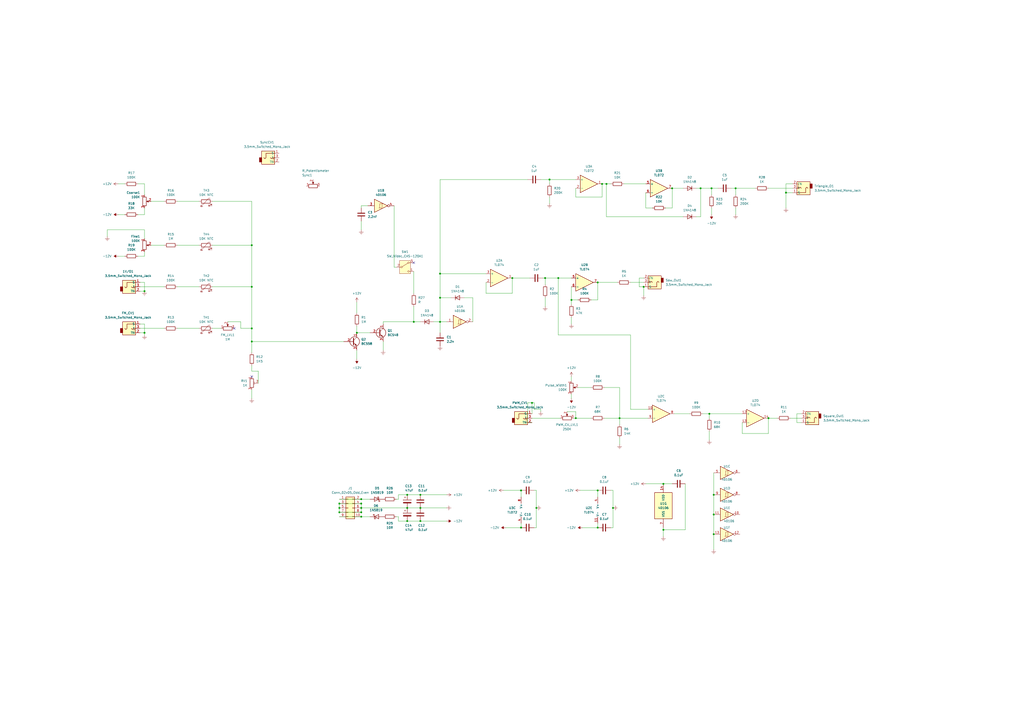
<source format=kicad_sch>
(kicad_sch (version 20230121) (generator eeschema)
  (paper "A2")
  (lib_symbols
    (symbol "4xxx:40106" (pin_names (offset 1.016))
      (property "Reference" "U" (at 0 1.27 0))
      (property "Value" "40106" (at 0 -1.27 0))
      (symbol "40106_1_0"
        (pin input line (at -7.62 0 0) (length 3.81) (name "~") (number "1"))
        (pin output inverted (at 7.62 0 180) (length 3.81) (name "~") (number "2"))
      )
      (symbol "40106_2_0"
        (pin input line (at -7.62 0 0) (length 3.81) (name "~") (number "3"))
        (pin output inverted (at 7.62 0 180) (length 3.81) (name "~") (number "4"))
      )
      (symbol "40106_3_0"
        (pin input line (at -7.62 0 0) (length 3.81) (name "~") (number "5"))
        (pin output inverted (at 7.62 0 180) (length 3.81) (name "~") (number "6"))
      )
      (symbol "40106_4_0"
        (pin output inverted (at 7.62 0 180) (length 3.81) (name "~") (number "8"))
        (pin input line (at -7.62 0 0) (length 3.81) (name "~") (number "9"))
      )
      (symbol "40106_5_0"
        (pin output inverted (at 7.62 0 180) (length 3.81) (name "~") (number "10"))
        (pin input line (at -7.62 0 0) (length 3.81) (name "~") (number "11"))
      )
      (symbol "40106_6_0"
        (pin output inverted (at 7.62 0 180) (length 3.81) (name "~") (number "12"))
        (pin input line (at -7.62 0 0) (length 3.81) (name "~") (number "13"))
      )
      (symbol "40106_7_0"
        (pin power_in line (at 0 12.7 270) (length 5.08) (name "VDD") (number "14"))
        (pin power_in line (at 0 -12.7 90) (length 5.08) (name "VSS") (number "7"))
      )
    )
    (symbol "Amplifier_Operational:TL072" (pin_names (offset 0.127))
      (property "Reference" "U" (at 0 5.08 0))
      (property "Value" "TL072" (at 0 -5.08 0))
      (symbol "TL072_1_1"
        (pin output line (at 7.62 0 180) (length 2.54) (name "~") (number "1"))
        (pin input line (at -7.62 -2.54 0) (length 2.54) (name "-") (number "2"))
        (pin input line (at -7.62 2.54 0) (length 2.54) (name "+") (number "3"))
      )
      (symbol "TL072_2_1"
        (pin input line (at -7.62 2.54 0) (length 2.54) (name "+") (number "5"))
        (pin input line (at -7.62 -2.54 0) (length 2.54) (name "-") (number "6"))
        (pin output line (at 7.62 0 180) (length 2.54) (name "~") (number "7"))
      )
      (symbol "TL072_3_1"
        (pin power_in line (at -2.54 -7.62 90) (length 3.81) (name "V-") (number "4"))
        (pin power_in line (at -2.54 7.62 270) (length 3.81) (name "V+") (number "8"))
      )
    )
    (symbol "Amplifier_Operational:TL074" (pin_names (offset 0.127))
      (property "Reference" "U" (at 0 5.08 0))
      (property "Value" "TL074" (at 0 -5.08 0))
      (symbol "TL074_1_1"
        (pin output line (at 7.62 0 180) (length 2.54) (name "~") (number "1"))
        (pin input line (at -7.62 -2.54 0) (length 2.54) (name "-") (number "2"))
        (pin input line (at -7.62 2.54 0) (length 2.54) (name "+") (number "3"))
      )
      (symbol "TL074_2_1"
        (pin input line (at -7.62 2.54 0) (length 2.54) (name "+") (number "5"))
        (pin input line (at -7.62 -2.54 0) (length 2.54) (name "-") (number "6"))
        (pin output line (at 7.62 0 180) (length 2.54) (name "~") (number "7"))
      )
      (symbol "TL074_3_1"
        (pin input line (at -7.62 2.54 0) (length 2.54) (name "+") (number "10"))
        (pin output line (at 7.62 0 180) (length 2.54) (name "~") (number "8"))
        (pin input line (at -7.62 -2.54 0) (length 2.54) (name "-") (number "9"))
      )
      (symbol "TL074_4_1"
        (pin input line (at -7.62 2.54 0) (length 2.54) (name "+") (number "12"))
        (pin input line (at -7.62 -2.54 0) (length 2.54) (name "-") (number "13"))
        (pin output line (at 7.62 0 180) (length 2.54) (name "~") (number "14"))
      )
      (symbol "TL074_5_1"
        (pin power_in line (at -2.54 -7.62 90) (length 3.81) (name "V-") (number "11"))
        (pin power_in line (at -2.54 7.62 270) (length 3.81) (name "V+") (number "4"))
      )
    )
    (symbol "Connector_Generic:Conn_02x05_Odd_Even" (pin_names (offset 1.016) hide)
      (property "Reference" "J" (at 1.27 7.62 0))
      (property "Value" "Conn_02x05_Odd_Even" (at 1.27 -7.62 0))
      (symbol "Conn_02x05_Odd_Even_1_1"
        (pin passive line (at -5.08 5.08 0) (length 3.81) (name "Pin_1") (number "1"))
        (pin passive line (at 7.62 -5.08 180) (length 3.81) (name "Pin_10") (number "10"))
        (pin passive line (at 7.62 5.08 180) (length 3.81) (name "Pin_2") (number "2"))
        (pin passive line (at -5.08 2.54 0) (length 3.81) (name "Pin_3") (number "3"))
        (pin passive line (at 7.62 2.54 180) (length 3.81) (name "Pin_4") (number "4"))
        (pin passive line (at -5.08 0 0) (length 3.81) (name "Pin_5") (number "5"))
        (pin passive line (at 7.62 0 180) (length 3.81) (name "Pin_6") (number "6"))
        (pin passive line (at -5.08 -2.54 0) (length 3.81) (name "Pin_7") (number "7"))
        (pin passive line (at 7.62 -2.54 180) (length 3.81) (name "Pin_8") (number "8"))
        (pin passive line (at -5.08 -5.08 0) (length 3.81) (name "Pin_9") (number "9"))
      )
    )
    (symbol "Device:C" (pin_numbers hide) (pin_names (offset 0.254))
      (property "Reference" "C" (at 0.635 2.54 0))
      (property "Value" "C" (at 0.635 -2.54 0))
      (symbol "C_1_1"
        (pin passive line (at 0 3.81 270) (length 2.794) (name "~") (number "1"))
        (pin passive line (at 0 -3.81 90) (length 2.794) (name "~") (number "2"))
      )
    )
    (symbol "Device:C_Polarized" (pin_numbers hide) (pin_names (offset 0.254))
      (property "Reference" "C" (at 0.635 2.54 0))
      (property "Value" "C_Polarized" (at 0.635 -2.54 0))
      (symbol "C_Polarized_1_1"
        (pin passive line (at 0 3.81 270) (length 2.794) (name "~") (number "1"))
        (pin passive line (at 0 -3.81 90) (length 2.794) (name "~") (number "2"))
      )
    )
    (symbol "Device:R" (pin_numbers hide) (pin_names (offset 0))
      (property "Reference" "R" (at 2.032 0 90))
      (property "Value" "R" (at 0 0 90))
      (symbol "R_1_1"
        (pin passive line (at 0 3.81 270) (length 1.27) (name "~") (number "1"))
        (pin passive line (at 0 -3.81 90) (length 1.27) (name "~") (number "2"))
      )
    )
    (symbol "Device:R_Potentiometer" (pin_names (offset 1.016) hide)
      (property "Reference" "RV" (at -4.445 0 90))
      (property "Value" "R_Potentiometer" (at -2.54 0 90))
      (symbol "R_Potentiometer_1_1"
        (pin passive line (at 0 3.81 270) (length 1.27) (name "1") (number "1"))
        (pin passive line (at 3.81 0 180) (length 1.27) (name "2") (number "2"))
        (pin passive line (at 0 -3.81 90) (length 1.27) (name "3") (number "3"))
      )
    )
    (symbol "Device:R_Potentiometer_Trim" (pin_names (offset 1.016) hide)
      (property "Reference" "RV" (at -4.445 0 90))
      (property "Value" "R_Potentiometer_Trim" (at -2.54 0 90))
      (symbol "R_Potentiometer_Trim_1_1"
        (pin passive line (at 0 3.81 270) (length 1.27) (name "1") (number "1"))
        (pin passive line (at 3.81 0 180) (length 1.27) (name "2") (number "2"))
        (pin passive line (at 0 -3.81 90) (length 1.27) (name "3") (number "3"))
      )
    )
    (symbol "Device:Thermistor_NTC" (pin_numbers hide) (pin_names (offset 0))
      (property "Reference" "TH" (at -4.445 0 90))
      (property "Value" "Thermistor_NTC" (at 3.175 0 90))
      (symbol "Thermistor_NTC_1_1"
        (pin passive line (at 0 3.81 270) (length 1.27) (name "~") (number "1"))
        (pin passive line (at 0 -3.81 90) (length 1.27) (name "~") (number "2"))
      )
    )
    (symbol "Diode:1N4148" (pin_numbers hide) (pin_names hide)
      (property "Reference" "D" (at 0 2.54 0))
      (property "Value" "1N4148" (at 0 -2.54 0))
      (symbol "1N4148_1_1"
        (pin passive line (at -3.81 0 0) (length 2.54) (name "K") (number "1"))
        (pin passive line (at 3.81 0 180) (length 2.54) (name "A") (number "2"))
      )
    )
    (symbol "Diode:1N5819" (pin_numbers hide) (pin_names (offset 1.016) hide)
      (property "Reference" "D" (at 0 2.54 0))
      (property "Value" "1N5819" (at 0 -2.54 0))
      (symbol "1N5819_1_1"
        (pin passive line (at -3.81 0 0) (length 2.54) (name "K") (number "1"))
        (pin passive line (at 3.81 0 180) (length 2.54) (name "A") (number "2"))
      )
    )
    (symbol "My_Symbols:3.5mm_Switched_Mono_Jack"
      (property "Reference" "J" (at 0 3.81 0))
      (property "Value" "3.5mm_Switched_Mono_Jack" (at 0 1.27 0))
      (symbol "3.5mm_Switched_Mono_Jack_1_1"
        (pin passive line (at 5.08 -2.54 180) (length 2.54) (name "S") (number "1"))
        (pin passive line (at 5.08 -7.62 180) (length 2.54) (name "TN") (number "2"))
        (pin passive line (at 5.08 -5.08 180) (length 2.54) (name "T") (number "3"))
      )
    )
    (symbol "Switch:SW_Nidec_CAS-120A1" (pin_names (offset 1) hide)
      (property "Reference" "SW" (at 0 4.318 0))
      (property "Value" "SW_Nidec_CAS-120A1" (at 0 -5.08 0))
      (symbol "SW_Nidec_CAS-120A1_1_1"
        (pin passive line (at 5.08 -2.54 180) (length 2.54) (name "C") (number "1"))
        (pin passive line (at -5.08 0 0) (length 2.54) (name "B") (number "2"))
        (pin passive line (at 5.08 2.54 180) (length 2.54) (name "A") (number "3"))
      )
    )
    (symbol "Transistor_BJT:BC548" (pin_names (offset 0) hide)
      (property "Reference" "Q" (at 5.08 1.905 0))
      (property "Value" "BC548" (at 5.08 0 0))
      (symbol "BC548_1_1"
        (pin passive line (at 2.54 5.08 270) (length 2.54) (name "C") (number "1"))
        (pin input line (at -5.08 0 0) (length 5.08) (name "B") (number "2"))
        (pin passive line (at 2.54 -5.08 90) (length 2.54) (name "E") (number "3"))
      )
    )
    (symbol "Transistor_BJT:BC558" (pin_names (offset 0) hide)
      (property "Reference" "Q" (at 5.08 1.905 0))
      (property "Value" "BC558" (at 5.08 0 0))
      (symbol "BC558_1_1"
        (pin passive line (at 2.54 5.08 270) (length 2.54) (name "C") (number "1"))
        (pin input line (at -5.08 0 0) (length 5.715) (name "B") (number "2"))
        (pin passive line (at 2.54 -5.08 90) (length 2.54) (name "E") (number "3"))
      )
    )
    (symbol "power:+12V" (power) (pin_names (offset 0))
      (property "Value" "+12V" (at 0 3.556 0))
      (symbol "+12V_1_1"
        (pin power_in line (at 0 0 90) (length 0) hide (name "+12V") (number "1"))
      )
    )
    (symbol "power:-12V" (power) (pin_names (offset 0))
      (property "Value" "-12V" (at 0 3.81 0))
      (symbol "-12V_0_0"
        (pin power_in line (at 0 0 90) (length 0) hide (name "-12V") (number "1"))
      )
    )
    (symbol "power:Earth" (power) (pin_names (offset 0))
      (symbol "Earth_1_1"
        (pin power_in line (at 0 0 270) (length 0) hide (name "Earth") (number "1"))
      )
    )
  )
  (junction (at 236.22 302.26))
  (junction (at 318.77 104.14))
  (junction (at 240.03 186.69))
  (junction (at 331.47 173.99))
  (junction (at 236.22 294.64))
  (junction (at 209.55 299.72))
  (junction (at 302.26 284.48))
  (junction (at 83.82 193.04))
  (junction (at 334.01 242.57))
  (junction (at 414.02 309.88))
  (junction (at 243.84 294.64))
  (junction (at 455.93 111.76))
  (junction (at 359.41 242.57))
  (junction (at 311.15 294.64))
  (junction (at 384.81 280.67))
  (junction (at 209.55 289.56))
  (junction (at 236.22 287.02))
  (junction (at 255.27 186.69))
  (junction (at 373.38 166.37))
  (junction (at 146.05 190.5))
  (junction (at 412.75 109.22))
  (junction (at 146.05 166.37))
  (junction (at 146.05 142.24))
  (junction (at 196.85 292.1))
  (junction (at 308.61 233.68))
  (junction (at 445.77 242.57))
  (junction (at 146.05 198.12))
  (junction (at 196.85 294.64))
  (junction (at 384.81 307.34))
  (junction (at 209.55 292.1))
  (junction (at 414.02 298.45))
  (junction (at 243.84 302.26))
  (junction (at 349.25 106.68))
  (junction (at 346.71 284.48))
  (junction (at 302.26 306.07))
  (junction (at 316.23 161.29))
  (junction (at 414.02 287.02))
  (junction (at 323.85 161.29))
  (junction (at 355.6 294.64))
  (junction (at 243.84 287.02))
  (junction (at 207.01 193.04))
  (junction (at 411.48 240.03))
  (junction (at 255.27 158.75))
  (junction (at 255.27 172.72))
  (junction (at 389.89 109.22))
  (junction (at 426.72 109.22))
  (junction (at 346.71 306.07))
  (junction (at 346.71 163.83))
  (junction (at 209.55 297.18))
  (junction (at 209.55 294.64))
  (junction (at 297.18 161.29))
  (junction (at 406.4 109.22))
  (junction (at 351.79 106.68))
  (junction (at 196.85 297.18))
  (junction (at 83.82 168.91))
  (no_connect (at 135.89 190.5))
  (no_connect (at 146.05 218.44))
  (no_connect (at 240.03 152.4))
  (wire (pts (xy 361.95 106.68) (xy 374.65 106.68)))
  (wire (pts (xy 412.75 109.22) (xy 416.56 109.22)))
  (wire (pts (xy 374.65 280.67) (xy 384.81 280.67)))
  (wire (pts (xy 83.82 120.65) (xy 83.82 124.46)))
  (wire (pts (xy 334.01 238.76) (xy 334.01 242.57)))
  (wire (pts (xy 346.71 173.99) (xy 342.9 173.99)))
  (wire (pts (xy 462.28 240.03) (xy 462.28 245.11)))
  (wire (pts (xy 406.4 109.22) (xy 412.75 109.22)))
  (wire (pts (xy 222.25 198.12) (xy 222.25 203.2)))
  (wire (pts (xy 240.03 157.48) (xy 240.03 170.18)))
  (wire (pts (xy 102.87 190.5) (xy 115.57 190.5)))
  (wire (pts (xy 355.6 294.64) (xy 355.6 306.07)))
  (wire (pts (xy 231.14 289.56) (xy 231.14 287.02)))
  (wire (pts (xy 414.02 287.02) (xy 414.02 298.45)))
  (wire (pts (xy 255.27 186.69) (xy 255.27 193.04)))
  (wire (pts (xy 455.93 111.76) (xy 455.93 120.65)))
  (wire (pts (xy 331.47 166.37) (xy 331.47 173.99)))
  (wire (pts (xy 351.79 125.73) (xy 351.79 106.68)))
  (wire (pts (xy 316.23 161.29) (xy 316.23 165.1)))
  (wire (pts (xy 87.63 116.84) (xy 95.25 116.84)))
  (wire (pts (xy 373.38 161.29) (xy 370.84 161.29)))
  (wire (pts (xy 331.47 173.99) (xy 331.47 176.53)))
  (wire (pts (xy 311.15 284.48) (xy 309.88 284.48)))
  (wire (pts (xy 334.01 114.3) (xy 349.25 114.3)))
  (wire (pts (xy 243.84 294.64) (xy 259.08 294.64)))
  (wire (pts (xy 373.38 163.83) (xy 365.76 163.83)))
  (wire (pts (xy 146.05 166.37) (xy 146.05 142.24)))
  (wire (pts (xy 370.84 161.29) (xy 370.84 166.37)))
  (wire (pts (xy 83.82 163.83) (xy 81.28 163.83)))
  (wire (pts (xy 255.27 158.75) (xy 255.27 172.72)))
  (wire (pts (xy 251.46 186.69) (xy 255.27 186.69)))
  (wire (pts (xy 196.85 299.72) (xy 209.55 299.72)))
  (wire (pts (xy 311.15 306.07) (xy 309.88 306.07)))
  (wire (pts (xy 384.81 280.67) (xy 389.89 280.67)))
  (wire (pts (xy 229.87 299.72) (xy 231.14 299.72)))
  (wire (pts (xy 207.01 193.04) (xy 214.63 193.04)))
  (wire (pts (xy 80.01 106.68) (xy 83.82 106.68)))
  (wire (pts (xy 350.52 242.57) (xy 359.41 242.57)))
  (wire (pts (xy 209.55 294.64) (xy 236.22 294.64)))
  (wire (pts (xy 240.03 186.69) (xy 243.84 186.69)))
  (wire (pts (xy 349.25 106.68) (xy 351.79 106.68)))
  (wire (pts (xy 335.28 224.79) (xy 342.9 224.79)))
  (wire (pts (xy 391.16 240.03) (xy 400.05 240.03)))
  (wire (pts (xy 146.05 198.12) (xy 199.39 198.12)))
  (wire (pts (xy 406.4 125.73) (xy 406.4 109.22)))
  (wire (pts (xy 146.05 212.09) (xy 146.05 215.265)))
  (wire (pts (xy 123.19 166.37) (xy 146.05 166.37)))
  (wire (pts (xy 302.26 303.53) (xy 302.26 306.07)))
  (wire (pts (xy 318.77 114.3) (xy 318.77 118.11)))
  (wire (pts (xy 207.01 203.2) (xy 207.01 208.28)))
  (wire (pts (xy 355.6 306.07) (xy 354.33 306.07)))
  (wire (pts (xy 83.82 194.31) (xy 83.82 193.04)))
  (wire (pts (xy 397.51 280.67) (xy 397.51 307.34)))
  (wire (pts (xy 222.25 186.69) (xy 222.25 187.96)))
  (wire (pts (xy 318.77 104.14) (xy 318.77 106.68)))
  (wire (pts (xy 68.58 106.68) (xy 72.39 106.68)))
  (wire (pts (xy 374.65 111.76) (xy 374.65 120.65)))
  (wire (pts (xy 350.52 224.79) (xy 359.41 224.79)))
  (wire (pts (xy 83.82 146.05) (xy 83.82 148.59)))
  (wire (pts (xy 231.14 299.72) (xy 231.14 302.26)))
  (wire (pts (xy 464.82 240.03) (xy 462.28 240.03)))
  (wire (pts (xy 430.53 251.46) (xy 445.77 251.46)))
  (wire (pts (xy 243.84 302.26) (xy 259.08 302.26)))
  (wire (pts (xy 313.69 237.49) (xy 313.69 238.76)))
  (wire (pts (xy 228.6 154.94) (xy 229.87 154.94)))
  (wire (pts (xy 228.6 119.38) (xy 228.6 154.94)))
  (wire (pts (xy 414.02 298.45) (xy 414.02 309.88)))
  (wire (pts (xy 102.87 116.84) (xy 115.57 116.84)))
  (wire (pts (xy 346.71 284.48) (xy 346.71 288.29)))
  (wire (pts (xy 196.85 297.18) (xy 209.55 297.18)))
  (wire (pts (xy 396.24 125.73) (xy 351.79 125.73)))
  (wire (pts (xy 331.47 218.44) (xy 331.47 220.98)))
  (wire (pts (xy 306.07 104.14) (xy 255.27 104.14)))
  (wire (pts (xy 269.24 172.72) (xy 274.32 172.72)))
  (wire (pts (xy 334.01 242.57) (xy 342.9 242.57)))
  (wire (pts (xy 355.6 284.48) (xy 354.33 284.48)))
  (wire (pts (xy 196.85 289.56) (xy 209.55 289.56)))
  (wire (pts (xy 313.69 104.14) (xy 318.77 104.14)))
  (wire (pts (xy 149.86 222.25) (xy 149.86 215.265)))
  (wire (pts (xy 455.93 106.68) (xy 455.93 111.76)))
  (wire (pts (xy 445.77 109.22) (xy 459.74 109.22)))
  (wire (pts (xy 403.86 125.73) (xy 406.4 125.73)))
  (wire (pts (xy 222.25 186.69) (xy 240.03 186.69)))
  (wire (pts (xy 83.82 187.96) (xy 81.28 187.96)))
  (wire (pts (xy 146.05 231.14) (xy 146.05 226.06)))
  (wire (pts (xy 311.15 294.64) (xy 311.15 284.48)))
  (wire (pts (xy 412.75 120.65) (xy 412.75 124.46)))
  (wire (pts (xy 337.82 306.07) (xy 346.71 306.07)))
  (wire (pts (xy 308.61 242.57) (xy 325.12 242.57)))
  (wire (pts (xy 83.82 193.04) (xy 81.28 193.04)))
  (wire (pts (xy 311.15 294.64) (xy 311.15 306.07)))
  (wire (pts (xy 209.55 289.56) (xy 214.63 289.56)))
  (wire (pts (xy 328.93 238.76) (xy 334.01 238.76)))
  (wire (pts (xy 308.61 245.11) (xy 306.07 245.11)))
  (wire (pts (xy 389.89 120.65) (xy 389.89 109.22)))
  (wire (pts (xy 139.7 190.5) (xy 139.7 186.69)))
  (wire (pts (xy 445.77 242.57) (xy 445.77 251.46)))
  (wire (pts (xy 384.81 307.34) (xy 384.81 311.15)))
  (wire (pts (xy 146.05 198.12) (xy 146.05 204.47)))
  (wire (pts (xy 331.47 184.15) (xy 331.47 187.96)))
  (wire (pts (xy 373.38 166.37) (xy 373.38 171.45)))
  (wire (pts (xy 146.05 190.5) (xy 146.05 166.37)))
  (wire (pts (xy 349.25 114.3) (xy 349.25 106.68)))
  (wire (pts (xy 209.55 294.64) (xy 209.55 297.18)))
  (wire (pts (xy 359.41 254) (xy 359.41 257.81)))
  (wire (pts (xy 149.86 215.265) (xy 146.05 215.265)))
  (wire (pts (xy 209.55 299.72) (xy 214.63 299.72)))
  (wire (pts (xy 146.05 190.5) (xy 146.05 198.12)))
  (wire (pts (xy 102.87 166.37) (xy 115.57 166.37)))
  (wire (pts (xy 331.47 173.99) (xy 335.28 173.99)))
  (wire (pts (xy 336.55 284.48) (xy 346.71 284.48)))
  (wire (pts (xy 346.71 163.83) (xy 346.71 173.99)))
  (wire (pts (xy 68.58 148.59) (xy 72.39 148.59)))
  (wire (pts (xy 81.28 168.91) (xy 83.82 168.91)))
  (wire (pts (xy 196.85 292.1) (xy 196.85 294.64)))
  (wire (pts (xy 213.36 119.38) (xy 209.55 119.38)))
  (wire (pts (xy 209.55 292.1) (xy 209.55 294.64)))
  (wire (pts (xy 236.22 302.26) (xy 243.84 302.26)))
  (wire (pts (xy 81.28 190.5) (xy 95.25 190.5)))
  (wire (pts (xy 411.48 250.19) (xy 411.48 255.27)))
  (wire (pts (xy 323.85 194.31) (xy 323.85 161.29)))
  (wire (pts (xy 359.41 242.57) (xy 375.92 242.57)))
  (wire (pts (xy 365.76 237.49) (xy 365.76 194.31)))
  (wire (pts (xy 281.94 163.83) (xy 281.94 170.18)))
  (wire (pts (xy 318.77 104.14) (xy 334.01 104.14)))
  (wire (pts (xy 255.27 186.69) (xy 259.08 186.69)))
  (wire (pts (xy 306.07 245.11) (xy 306.07 233.68)))
  (wire (pts (xy 81.28 166.37) (xy 95.25 166.37)))
  (wire (pts (xy 83.82 148.59) (xy 80.01 148.59)))
  (wire (pts (xy 316.23 172.72) (xy 316.23 177.8)))
  (wire (pts (xy 459.74 106.68) (xy 455.93 106.68)))
  (wire (pts (xy 207.01 189.23) (xy 207.01 193.04)))
  (wire (pts (xy 426.72 120.65) (xy 426.72 124.46)))
  (wire (pts (xy 292.1 284.48) (xy 302.26 284.48)))
  (wire (pts (xy 411.48 240.03) (xy 430.53 240.03)))
  (wire (pts (xy 411.48 240.03) (xy 411.48 242.57)))
  (wire (pts (xy 414.02 309.88) (xy 414.02 318.77)))
  (wire (pts (xy 424.18 109.22) (xy 426.72 109.22)))
  (wire (pts (xy 240.03 177.8) (xy 240.03 186.69)))
  (wire (pts (xy 397.51 307.34) (xy 384.81 307.34)))
  (wire (pts (xy 87.63 142.24) (xy 95.25 142.24)))
  (wire (pts (xy 80.01 124.46) (xy 83.82 124.46)))
  (wire (pts (xy 62.23 137.16) (xy 62.23 133.35)))
  (wire (pts (xy 323.85 161.29) (xy 331.47 161.29)))
  (wire (pts (xy 355.6 294.64) (xy 355.6 284.48)))
  (wire (pts (xy 255.27 172.72) (xy 261.62 172.72)))
  (wire (pts (xy 209.55 128.27) (xy 209.55 133.35)))
  (wire (pts (xy 255.27 172.72) (xy 255.27 186.69)))
  (wire (pts (xy 359.41 242.57) (xy 359.41 246.38)))
  (wire (pts (xy 196.85 294.64) (xy 196.85 297.18)))
  (wire (pts (xy 123.19 190.5) (xy 128.27 190.5)))
  (wire (pts (xy 334.01 242.57) (xy 332.74 242.57)))
  (wire (pts (xy 209.55 119.38) (xy 209.55 120.65)))
  (wire (pts (xy 414.02 274.32) (xy 414.02 287.02)))
  (wire (pts (xy 351.79 106.68) (xy 354.33 106.68)))
  (wire (pts (xy 102.87 142.24) (xy 115.57 142.24)))
  (wire (pts (xy 123.19 142.24) (xy 146.05 142.24)))
  (wire (pts (xy 281.94 158.75) (xy 255.27 158.75)))
  (wire (pts (xy 374.65 120.65) (xy 378.46 120.65)))
  (wire (pts (xy 309.88 233.68) (xy 308.61 233.68)))
  (wire (pts (xy 302.26 284.48) (xy 302.26 288.29)))
  (wire (pts (xy 426.72 109.22) (xy 426.72 113.03)))
  (wire (pts (xy 146.05 190.5) (xy 139.7 190.5)))
  (wire (pts (xy 274.32 172.72) (xy 274.32 186.69)))
  (wire (pts (xy 412.75 109.22) (xy 412.75 113.03)))
  (wire (pts (xy 83.82 168.91) (xy 83.82 163.83)))
  (wire (pts (xy 430.53 245.11) (xy 430.53 251.46)))
  (wire (pts (xy 384.81 306.07) (xy 384.81 307.34)))
  (wire (pts (xy 314.96 161.29) (xy 316.23 161.29)))
  (wire (pts (xy 243.84 287.02) (xy 259.08 287.02)))
  (wire (pts (xy 309.88 237.49) (xy 313.69 237.49)))
  (wire (pts (xy 62.23 133.35) (xy 83.82 133.35)))
  (wire (pts (xy 236.22 287.02) (xy 243.84 287.02)))
  (wire (pts (xy 146.05 142.24) (xy 146.05 116.84)))
  (wire (pts (xy 346.71 163.83) (xy 358.14 163.83)))
  (wire (pts (xy 370.84 166.37) (xy 373.38 166.37)))
  (wire (pts (xy 83.82 133.35) (xy 83.82 138.43)))
  (wire (pts (xy 359.41 224.79) (xy 359.41 242.57)))
  (wire (pts (xy 455.93 111.76) (xy 459.74 111.76)))
  (wire (pts (xy 297.18 170.18) (xy 297.18 161.29)))
  (wire (pts (xy 346.71 303.53) (xy 346.71 306.07)))
  (wire (pts (xy 229.87 289.56) (xy 231.14 289.56)))
  (wire (pts (xy 407.67 240.03) (xy 411.48 240.03)))
  (wire (pts (xy 308.61 240.03) (xy 308.61 233.68)))
  (wire (pts (xy 331.47 228.6) (xy 331.47 231.14)))
  (wire (pts (xy 83.82 193.04) (xy 83.82 187.96)))
  (wire (pts (xy 334.01 109.22) (xy 334.01 114.3)))
  (wire (pts (xy 308.61 233.68) (xy 306.07 233.68)))
  (wire (pts (xy 406.4 109.22) (xy 403.86 109.22)))
  (wire (pts (xy 139.7 186.69) (xy 132.08 186.69)))
  (wire (pts (xy 293.37 306.07) (xy 302.26 306.07)))
  (wire (pts (xy 365.76 194.31) (xy 323.85 194.31)))
  (wire (pts (xy 207.01 175.26) (xy 207.01 181.61)))
  (wire (pts (xy 426.72 109.22) (xy 438.15 109.22)))
  (wire (pts (xy 309.88 237.49) (xy 309.88 233.68)))
  (wire (pts (xy 236.22 294.64) (xy 243.84 294.64)))
  (wire (pts (xy 68.58 124.46) (xy 72.39 124.46)))
  (wire (pts (xy 297.18 161.29) (xy 307.34 161.29)))
  (wire (pts (xy 196.85 292.1) (xy 209.55 292.1)))
  (wire (pts (xy 281.94 170.18) (xy 297.18 170.18)))
  (wire (pts (xy 365.76 237.49) (xy 375.92 237.49)))
  (wire (pts (xy 146.05 116.84) (xy 123.19 116.84)))
  (wire (pts (xy 462.28 245.11) (xy 464.82 245.11)))
  (wire (pts (xy 445.77 242.57) (xy 450.85 242.57)))
  (wire (pts (xy 316.23 161.29) (xy 323.85 161.29)))
  (wire (pts (xy 255.27 104.14) (xy 255.27 158.75)))
  (wire (pts (xy 458.47 242.57) (xy 464.82 242.57)))
  (wire (pts (xy 389.89 109.22) (xy 396.24 109.22)))
  (wire (pts (xy 231.14 302.26) (xy 236.22 302.26)))
  (wire (pts (xy 386.08 120.65) (xy 389.89 120.65)))
  (wire (pts (xy 83.82 106.68) (xy 83.82 113.03)))
  (wire (pts (xy 231.14 287.02) (xy 236.22 287.02)))
  (symbol (lib_id "Device:R") (at 441.96 109.22 90) (unit 1)
    (property "Reference" "R28" (at 441.96 102.87 90))
    (property "Value" "1K" (at 441.96 105.41 90))
    (property "Footprint" "Resistor_SMD:R_0805_2012Metric" (effects hide))
  )
  (symbol (lib_id "Device:R_Potentiometer") (at 83.82 142.24 0) (unit 1)
    (property "Reference" "Fine1" (at 81.28 137.16 0) (effects (justify right)))
    (property "Value" "100K" (at 81.28 139.7 0) (effects (justify right)))
    (property "Footprint" "My_Library:Potentiometer_Alpha_RD901F-40-00D_Single_Vertical" (effects hide))
  )
  (symbol (lib_id "Device:R") (at 99.06 166.37 270) (unit 1)
    (property "Reference" "R14" (at 99.06 160.02 90))
    (property "Value" "100K" (at 99.06 162.56 90))
    (property "Footprint" "Resistor_SMD:R_0805_2012Metric" (effects hide))
  )
  (symbol (lib_id "power:+12V") (at 292.1 284.48 90) (unit 1)
    (property "Reference" "#PWR029" (effects hide))
    (property "Value" "+12V" (at 288.29 284.48 90) (effects (justify left)))
  )
  (symbol (lib_id "Device:R") (at 331.47 180.34 180) (unit 1)
    (property "Reference" "R3" (at 334.01 179.07 0) (effects (justify right)))
    (property "Value" "47K" (at 334.01 181.61 0) (effects (justify right)))
    (property "Footprint" "Resistor_SMD:R_0805_2012Metric" (effects hide))
  )
  (symbol (lib_id "power:Earth") (at 331.47 187.96 0) (unit 1)
    (property "Reference" "#PWR06" (effects hide))
    (property "Value" "Earth" (effects hide))
  )
  (symbol (lib_id "power:Earth") (at 62.23 137.16 0) (unit 1)
    (property "Reference" "#PWR017" (effects hide))
    (property "Value" "Earth" (effects hide))
  )
  (symbol (lib_id "power:Earth") (at 146.05 231.14 0) (unit 1)
    (property "Reference" "#PWR013" (effects hide))
    (property "Value" "Earth" (effects hide))
  )
  (symbol (lib_id "Device:R_Potentiometer") (at 331.47 224.79 0) (unit 1)
    (property "Reference" "Pulse_Width1" (at 328.93 223.52 0) (effects (justify right)))
    (property "Value" "100K" (at 328.93 226.06 0) (effects (justify right)))
    (property "Footprint" "My_Library:Potentiometer_Alpha_RD901F-40-00D_Single_Vertical" (effects hide))
  )
  (symbol (lib_id "Device:C") (at 306.07 306.07 90) (unit 1)
    (property "Reference" "C10" (at 306.07 298.45 90))
    (property "Value" "0.1uF" (at 306.07 300.99 90))
    (property "Footprint" "Capacitor_SMD:C_0805_2012Metric" (effects hide))
  )
  (symbol (lib_id "Amplifier_Operational:TL074") (at 289.56 161.29 0) (unit 1)
    (property "Reference" "U2" (at 289.56 151.13 0))
    (property "Value" "TL074" (at 289.56 153.67 0))
    (property "Footprint" "Package_SO:HTSSOP-14-1EP_4.4x5mm_P0.65mm_EP3.4x5mm_Mask3x3.1mm" (effects hide))
    (property "Datasheet" "http://www.ti.com/lit/ds/symlink/tl071.pdf" (effects hide))
  )
  (symbol (lib_id "Device:R") (at 358.14 106.68 90) (unit 1)
    (property "Reference" "R21" (at 358.14 100.33 90))
    (property "Value" "10K" (at 358.14 102.87 90))
    (property "Footprint" "Resistor_SMD:R_0805_2012Metric" (effects hide))
  )
  (symbol (lib_id "Transistor_BJT:BC558") (at 204.47 198.12 0) (unit 1)
    (property "Reference" "Q2" (at 209.55 196.85 0) (effects (justify left)))
    (property "Value" "BC558" (at 209.55 199.39 0) (effects (justify left)))
    (property "Footprint" "Package_TO_SOT_THT:TO-92_Inline" (effects hide))
    (property "Datasheet" "https://www.onsemi.com/pub/Collateral/BC556BTA-D.pdf" (effects hide))
  )
  (symbol (lib_id "power:Earth") (at 355.6 294.64 90) (unit 1)
    (property "Reference" "#PWR033" (effects hide))
    (property "Value" "Earth" (effects hide))
  )
  (symbol (lib_id "power:Earth") (at 359.41 257.81 0) (unit 1)
    (property "Reference" "#PWR011" (effects hide))
    (property "Value" "Earth" (effects hide))
  )
  (symbol (lib_id "Device:R") (at 403.86 240.03 270) (unit 1)
    (property "Reference" "R9" (at 403.86 233.68 90))
    (property "Value" "100K" (at 403.86 236.22 90))
    (property "Footprint" "Resistor_SMD:R_0805_2012Metric" (effects hide))
  )
  (symbol (lib_id "Amplifier_Operational:TL072") (at 304.8 295.91 0) (unit 3)
    (property "Reference" "U3" (at 297.18 294.64 0))
    (property "Value" "TL072" (at 297.18 297.18 0))
    (property "Footprint" "Package_SO:SO-8_3.9x4.9mm_P1.27mm" (effects hide))
    (property "Datasheet" "http://www.ti.com/lit/ds/symlink/tl071.pdf" (effects hide))
  )
  (symbol (lib_id "4xxx:40106") (at 266.7 186.69 0) (unit 1)
    (property "Reference" "U1" (at 266.7 177.8 0))
    (property "Value" "40106" (at 266.7 180.34 0))
    (property "Footprint" "Package_DIP:DIP-14_W7.62mm_Socket" (effects hide))
    (property "Datasheet" "https://assets.nexperia.com/documents/data-sheet/HEF40106B.pdf" (effects hide))
  )
  (symbol (lib_id "Device:R") (at 146.05 208.28 0) (unit 1)
    (property "Reference" "R12" (at 148.59 207.01 0) (effects (justify left)))
    (property "Value" "1K5" (at 148.59 209.55 0) (effects (justify left)))
    (property "Footprint" "Resistor_SMD:R_0805_2012Metric" (effects hide))
  )
  (symbol (lib_id "Device:R") (at 99.06 190.5 270) (unit 1)
    (property "Reference" "R13" (at 99.06 184.15 90))
    (property "Value" "100K" (at 99.06 186.69 90))
    (property "Footprint" "Resistor_SMD:R_0805_2012Metric" (effects hide))
  )
  (symbol (lib_id "Amplifier_Operational:TL072") (at 341.63 106.68 0) (unit 1)
    (property "Reference" "U3" (at 341.63 96.52 0))
    (property "Value" "TL072" (at 341.63 99.06 0))
    (property "Footprint" "Package_SO:SO-8_3.9x4.9mm_P1.27mm" (effects hide))
    (property "Datasheet" "http://www.ti.com/lit/ds/symlink/tl071.pdf" (effects hide))
  )
  (symbol (lib_id "Device:Thermistor_NTC") (at 119.38 166.37 90) (unit 1)
    (property "Reference" "TH2" (at 119.6975 160.02 90))
    (property "Value" "10K NTC" (at 119.6975 162.56 90))
    (property "Footprint" "My_Library:Thermistor" (effects hide))
  )
  (symbol (lib_id "4xxx:40106") (at 421.64 309.88 0) (unit 6)
    (property "Reference" "U1" (at 421.64 306.07 0))
    (property "Value" "40106" (at 421.64 313.69 0))
    (property "Footprint" "Package_DIP:DIP-14_W7.62mm_Socket" (effects hide))
    (property "Datasheet" "https://assets.nexperia.com/documents/data-sheet/HEF40106B.pdf" (effects hide))
  )
  (symbol (lib_id "4xxx:40106") (at 421.64 274.32 0) (unit 3)
    (property "Reference" "U1" (at 421.64 270.51 0))
    (property "Value" "40106" (at 421.64 278.13 0))
    (property "Footprint" "Package_DIP:DIP-14_W7.62mm_Socket" (effects hide))
    (property "Datasheet" "https://assets.nexperia.com/documents/data-sheet/HEF40106B.pdf" (effects hide))
  )
  (symbol (lib_id "Device:R") (at 226.06 289.56 90) (unit 1)
    (property "Reference" "R26" (at 226.06 283.21 90))
    (property "Value" "10R" (at 226.06 285.75 90))
    (property "Footprint" "Resistor_SMD:R_0805_2012Metric" (effects hide))
  )
  (symbol (lib_id "Device:R") (at 76.2 148.59 270) (unit 1)
    (property "Reference" "R19" (at 76.2 142.24 90))
    (property "Value" "100K" (at 76.2 144.78 90))
    (property "Footprint" "Resistor_SMD:R_0805_2012Metric" (effects hide))
  )
  (symbol (lib_id "power:-12V") (at 412.75 124.46 180) (unit 1)
    (property "Reference" "#PWR024" (effects hide))
    (property "Value" "-12V" (at 412.75 129.54 0))
  )
  (symbol (lib_id "4xxx:40106") (at 421.64 298.45 0) (unit 5)
    (property "Reference" "U1" (at 421.64 294.64 0))
    (property "Value" "40106" (at 422.91 302.26 0))
    (property "Footprint" "Package_DIP:DIP-14_W7.62mm_Socket" (effects hide))
    (property "Datasheet" "https://assets.nexperia.com/documents/data-sheet/HEF40106B.pdf" (effects hide))
  )
  (symbol (lib_id "My_Symbols:3.5mm_Switched_Mono_Jack") (at 378.46 168.91 180) (unit 1)
    (property "Reference" "Saw_Out1" (at 386.08 162.56 0) (effects (justify right)))
    (property "Value" "3.5mm_Switched_Mono_Jack" (at 386.08 165.1 0) (effects (justify right)))
    (property "Footprint" "My_Library:Connector 3.5mm Mono Switched" (effects hide))
  )
  (symbol (lib_id "Device:C") (at 243.84 290.83 0) (unit 1)
    (property "Reference" "C11" (at 242.57 281.94 0) (effects (justify left)))
    (property "Value" "0.1uF" (at 242.57 284.48 0) (effects (justify left)))
    (property "Footprint" "Capacitor_SMD:C_0805_2012Metric" (effects hide))
  )
  (symbol (lib_id "Device:C") (at 393.7 280.67 90) (unit 1)
    (property "Reference" "C6" (at 393.7 273.05 90))
    (property "Value" "0.1uF" (at 393.7 275.59 90))
    (property "Footprint" "Capacitor_SMD:C_0805_2012Metric" (effects hide))
  )
  (symbol (lib_id "power:Earth") (at 313.69 238.76 0) (unit 1)
    (property "Reference" "#PWR010" (effects hide))
    (property "Value" "Earth" (effects hide))
  )
  (symbol (lib_id "Device:R") (at 346.71 224.79 270) (unit 1)
    (property "Reference" "R8" (at 346.71 218.44 90))
    (property "Value" "100K" (at 346.71 220.98 90))
    (property "Footprint" "Resistor_SMD:R_0805_2012Metric" (effects hide))
  )
  (symbol (lib_id "4xxx:40106") (at 421.64 287.02 0) (unit 4)
    (property "Reference" "U1" (at 421.64 283.21 0))
    (property "Value" "40106" (at 421.64 290.83 0))
    (property "Footprint" "Package_DIP:DIP-14_W7.62mm_Socket" (effects hide))
    (property "Datasheet" "https://assets.nexperia.com/documents/data-sheet/HEF40106B.pdf" (effects hide))
  )
  (symbol (lib_id "Device:R") (at 339.09 173.99 270) (unit 1)
    (property "Reference" "R4" (at 339.09 167.64 90))
    (property "Value" "100K" (at 339.09 170.18 90))
    (property "Footprint" "Resistor_SMD:R_0805_2012Metric" (effects hide))
  )
  (symbol (lib_id "Device:R_Potentiometer") (at 83.82 116.84 0) (unit 1)
    (property "Reference" "Coarse1" (at 81.28 111.76 0) (effects (justify right)))
    (property "Value" "100K" (at 81.28 114.3 0) (effects (justify right)))
    (property "Footprint" "My_Library:Potentiometer_Alpha_RD901F-40-00D_Single_Vertical" (effects hide))
  )
  (symbol (lib_id "Device:R_Potentiometer") (at 328.93 242.57 90) (unit 1)
    (property "Reference" "PWM_CV_LVL1" (at 328.93 246.38 90))
    (property "Value" "250K" (at 328.93 248.92 90))
    (property "Footprint" "My_Library:Potentiometer_Alpha_RD901F-40-00D_Single_Vertical" (effects hide))
  )
  (symbol (lib_id "power:-12V") (at 259.08 302.26 270) (mirror x) (unit 1)
    (property "Reference" "#PWR037" (effects hide))
    (property "Value" "-12V" (at 262.89 302.26 90) (effects (justify left)))
  )
  (symbol (lib_id "Device:C") (at 350.52 284.48 90) (unit 1)
    (property "Reference" "C8" (at 350.52 276.86 90))
    (property "Value" "0.1uF" (at 350.52 279.4 90))
    (property "Footprint" "Capacitor_SMD:C_0805_2012Metric" (effects hide))
  )
  (symbol (lib_id "Device:R_Potentiometer_Trim") (at 146.05 222.25 0) (unit 1)
    (property "Reference" "RV1" (at 143.51 220.98 0) (effects (justify right)))
    (property "Value" "1K" (at 143.51 223.52 0) (effects (justify right)))
    (property "Footprint" "Potentiometer_THT:Potentiometer_Bourns_3386C_Horizontal" (effects hide))
  )
  (symbol (lib_id "Diode:1N4148") (at 400.05 125.73 180) (unit 1)
    (property "Reference" "D4" (at 400.05 119.38 0))
    (property "Value" "1N4148" (at 400.05 121.92 0))
    (property "Footprint" "Diode_SMD:D_SOD-323_HandSoldering" (effects hide))
    (property "Datasheet" "https://assets.nexperia.com/documents/data-sheet/1N4148_1N4448.pdf" (effects hide))
    (property "Sim.Device" "D" (effects hide))
    (property "Sim.Pins" "1=K 2=A" (effects hide))
  )
  (symbol (lib_id "Device:R") (at 76.2 124.46 270) (unit 1)
    (property "Reference" "R18" (at 76.2 118.11 90))
    (property "Value" "33K" (at 76.2 120.65 90))
    (property "Footprint" "Resistor_SMD:R_0805_2012Metric" (effects hide))
  )
  (symbol (lib_id "Device:R") (at 207.01 185.42 0) (unit 1)
    (property "Reference" "R1" (at 209.55 184.15 0) (effects (justify left)))
    (property "Value" "1M" (at 209.55 186.69 0) (effects (justify left)))
    (property "Footprint" "Resistor_SMD:R_0805_2012Metric" (effects hide))
  )
  (symbol (lib_id "Device:R") (at 382.27 120.65 90) (unit 1)
    (property "Reference" "R22" (at 382.27 114.3 90))
    (property "Value" "10K" (at 382.27 116.84 90))
    (property "Footprint" "Resistor_SMD:R_0805_2012Metric" (effects hide))
  )
  (symbol (lib_id "Device:C") (at 350.52 306.07 270) (unit 1)
    (property "Reference" "C7" (at 350.52 298.45 90))
    (property "Value" "0.1uF" (at 350.52 300.99 90))
    (property "Footprint" "Capacitor_SMD:C_0805_2012Metric" (effects hide))
  )
  (symbol (lib_id "Device:R") (at 76.2 106.68 270) (unit 1)
    (property "Reference" "R17" (at 76.2 100.33 90))
    (property "Value" "100K" (at 76.2 102.87 90))
    (property "Footprint" "Resistor_SMD:R_0805_2012Metric" (effects hide))
  )
  (symbol (lib_id "power:-12V") (at 331.47 231.14 180) (unit 1)
    (property "Reference" "#PWR09" (effects hide))
    (property "Value" "-12V" (at 331.47 236.22 0))
  )
  (symbol (lib_id "Connector_Generic:Conn_02x05_Odd_Even") (at 201.93 294.64 0) (unit 1)
    (property "Reference" "J1" (at 203.2 283.21 0))
    (property "Value" "Conn_02x05_Odd_Even" (at 203.2 285.75 0))
    (property "Footprint" "My_Library:IDC-Header_2x05_P2.54mm_Vertical" (effects hide))
  )
  (symbol (lib_id "Device:Thermistor_NTC") (at 119.38 190.5 90) (unit 1)
    (property "Reference" "TH1" (at 119.6975 184.15 90))
    (property "Value" "10K NTC" (at 119.6975 186.69 90))
    (property "Footprint" "My_Library:Thermistor" (effects hide))
  )
  (symbol (lib_id "Amplifier_Operational:TL072") (at 382.27 109.22 0) (unit 2)
    (property "Reference" "U3" (at 382.27 99.06 0))
    (property "Value" "TL072" (at 382.27 101.6 0))
    (property "Footprint" "Package_SO:SO-8_3.9x4.9mm_P1.27mm" (effects hide))
    (property "Datasheet" "http://www.ti.com/lit/ds/symlink/tl071.pdf" (effects hide))
  )
  (symbol (lib_id "Transistor_BJT:BC548") (at 219.71 193.04 0) (unit 1)
    (property "Reference" "Q1" (at 224.79 191.77 0) (effects (justify left)))
    (property "Value" "BC548" (at 224.79 194.31 0) (effects (justify left)))
    (property "Footprint" "Package_TO_SOT_THT:TO-92_Inline" (effects hide))
    (property "Datasheet" "https://www.onsemi.com/pub/Collateral/BC550-D.pdf" (effects hide))
  )
  (symbol (lib_id "power:Earth") (at 209.55 133.35 0) (unit 1)
    (property "Reference" "#PWR020" (effects hide))
    (property "Value" "Earth" (effects hide))
  )
  (symbol (lib_id "Amplifier_Operational:TL074") (at 438.15 242.57 0) (unit 4)
    (property "Reference" "U2" (at 438.15 232.41 0))
    (property "Value" "TL074" (at 438.15 234.95 0))
    (property "Footprint" "Package_SO:HTSSOP-14-1EP_4.4x5mm_P0.65mm_EP3.4x5mm_Mask3x3.1mm" (effects hide))
    (property "Datasheet" "http://www.ti.com/lit/ds/symlink/tl071.pdf" (effects hide))
  )
  (symbol (lib_id "power:Earth") (at 426.72 124.46 0) (unit 1)
    (property "Reference" "#PWR023" (effects hide))
    (property "Value" "Earth" (effects hide))
  )
  (symbol (lib_id "Device:Thermistor_NTC") (at 119.38 142.24 90) (unit 1)
    (property "Reference" "TH4" (at 119.6975 135.89 90))
    (property "Value" "10K NTC" (at 119.6975 138.43 90))
    (property "Footprint" "My_Library:Thermistor" (effects hide))
  )
  (symbol (lib_id "Device:R") (at 99.06 142.24 270) (unit 1)
    (property "Reference" "R15" (at 99.06 135.89 90))
    (property "Value" "1M" (at 99.06 138.43 90))
    (property "Footprint" "Resistor_SMD:R_0805_2012Metric" (effects hide))
  )
  (symbol (lib_id "power:Earth") (at 259.08 294.64 90) (mirror x) (unit 1)
    (property "Reference" "#PWR036" (effects hide))
    (property "Value" "Earth" (effects hide))
  )
  (symbol (lib_id "4xxx:40106") (at 220.98 119.38 0) (unit 2)
    (property "Reference" "U1" (at 220.98 110.49 0))
    (property "Value" "40106" (at 220.98 113.03 0))
    (property "Footprint" "Package_DIP:DIP-14_W7.62mm_Socket" (effects hide))
    (property "Datasheet" "https://assets.nexperia.com/documents/data-sheet/HEF40106B.pdf" (effects hide))
  )
  (symbol (lib_id "Diode:1N5819") (at 218.44 289.56 180) (unit 1)
    (property "Reference" "D5" (at 218.7575 283.21 0))
    (property "Value" "1N5819" (at 218.7575 285.75 0))
    (property "Footprint" "Diode_THT:D_DO-41_SOD81_P10.16mm_Horizontal" (effects hide))
    (property "Datasheet" "http://www.vishay.com/docs/88525/1n5817.pdf" (effects hide))
  )
  (symbol (lib_id "Device:R_Potentiometer") (at 132.08 190.5 90) (unit 1)
    (property "Reference" "FM_LVL1" (at 132.08 194.31 90))
    (property "Value" "1M" (at 132.08 196.85 90))
    (property "Footprint" "My_Library:Potentiometer_Alpha_RD901F-40-00D_Single_Vertical" (effects hide))
  )
  (symbol (lib_id "Device:Thermistor_NTC") (at 119.38 116.84 90) (unit 1)
    (property "Reference" "TH3" (at 119.6975 110.49 90))
    (property "Value" "10K NTC" (at 119.6975 113.03 90))
    (property "Footprint" "My_Library:Thermistor" (effects hide))
  )
  (symbol (lib_id "power:Earth") (at 311.15 294.64 90) (unit 1)
    (property "Reference" "#PWR034" (effects hide))
    (property "Value" "Earth" (effects hide))
  )
  (symbol (lib_id "Device:C") (at 255.27 196.85 0) (unit 1)
    (property "Reference" "C1" (at 259.08 195.58 0) (effects (justify left)))
    (property "Value" "2.2n" (at 259.08 198.12 0) (effects (justify left)))
    (property "Footprint" "Capacitor_THT:C_Rect_L7.0mm_W2.5mm_P5.00mm" (effects hide))
  )
  (symbol (lib_id "power:Earth") (at 384.81 311.15 0) (unit 1)
    (property "Reference" "#PWR032" (effects hide))
    (property "Value" "Earth" (effects hide))
  )
  (symbol (lib_id "power:Earth") (at 83.82 194.31 0) (unit 1)
    (property "Reference" "#PWR019" (effects hide))
    (property "Value" "Earth" (effects hide))
  )
  (symbol (lib_id "power:-12V") (at 293.37 306.07 90) (unit 1)
    (property "Reference" "#PWR027" (effects hide))
    (property "Value" "-12V" (at 289.56 306.07 90) (effects (justify left)))
  )
  (symbol (lib_id "Device:R") (at 318.77 110.49 0) (unit 1)
    (property "Reference" "R20" (at 321.31 109.22 0) (effects (justify left)))
    (property "Value" "200K" (at 321.31 111.76 0) (effects (justify left)))
    (property "Footprint" "Resistor_SMD:R_0805_2012Metric" (effects hide))
  )
  (symbol (lib_id "power:-12V") (at 68.58 148.59 90) (unit 1)
    (property "Reference" "#PWR016" (effects hide))
    (property "Value" "-12V" (at 64.77 148.59 90) (effects (justify left)))
  )
  (symbol (lib_id "Device:C") (at 309.88 104.14 90) (unit 1)
    (property "Reference" "C4" (at 309.88 96.52 90))
    (property "Value" "1uF" (at 309.88 99.06 90))
    (property "Footprint" "Capacitor_THT:C_Rect_L7.0mm_W6.0mm_P5.00mm" (effects hide))
  )
  (symbol (lib_id "power:+12V") (at 331.47 218.44 0) (unit 1)
    (property "Reference" "#PWR08" (effects hide))
    (property "Value" "+12V" (at 331.47 213.36 0))
  )
  (symbol (lib_id "Device:R") (at 316.23 168.91 0) (unit 1)
    (property "Reference" "R2" (at 318.77 167.64 0) (effects (justify left)))
    (property "Value" "100K" (at 318.77 170.18 0) (effects (justify left)))
    (property "Footprint" "Resistor_SMD:R_0805_2012Metric" (effects hide))
  )
  (symbol (lib_id "Device:R") (at 240.03 173.99 0) (unit 1)
    (property "Reference" "R27" (at 242.57 172.72 0) (effects (justify left)))
    (property "Value" "R" (at 242.57 175.26 0) (effects (justify left)))
    (property "Footprint" "Resistor_SMD:R_0805_2012Metric" (effects hide))
  )
  (symbol (lib_id "Diode:1N5819") (at 218.44 299.72 0) (unit 1)
    (property "Reference" "D6" (at 218.1225 293.37 0))
    (property "Value" "1N5819" (at 218.1225 295.91 0))
    (property "Footprint" "Diode_THT:D_DO-41_SOD81_P10.16mm_Horizontal" (effects hide))
    (property "Datasheet" "http://www.vishay.com/docs/88525/1n5817.pdf" (effects hide))
  )
  (symbol (lib_id "Device:C") (at 306.07 284.48 90) (unit 1)
    (property "Reference" "C9" (at 306.07 276.86 90))
    (property "Value" "0.1uF" (at 306.07 279.4 90))
    (property "Footprint" "Capacitor_SMD:C_0805_2012Metric" (effects hide))
  )
  (symbol (lib_id "power:+12V") (at 259.08 287.02 270) (mirror x) (unit 1)
    (property "Reference" "#PWR035" (effects hide))
    (property "Value" "+12V" (at 262.89 287.02 90) (effects (justify left)))
  )
  (symbol (lib_id "My_Symbols:3.5mm_Switched_Mono_Jack") (at 303.53 237.49 0) (unit 1)
    (property "Reference" "PWM_CV1" (at 301.625 233.68 0))
    (property "Value" "3.5mm_Switched_Mono_Jack" (at 301.625 236.22 0))
    (property "Footprint" "My_Library:Connector 3.5mm Mono Switched" (effects hide))
  )
  (symbol (lib_id "power:-12V") (at 337.82 306.07 90) (unit 1)
    (property "Reference" "#PWR026" (effects hide))
    (property "Value" "-12V" (at 334.01 306.07 90) (effects (justify left)))
  )
  (symbol (lib_id "power:Earth") (at 414.02 318.77 0) (unit 1)
    (property "Reference" "#PWR031" (effects hide))
    (property "Value" "Earth" (effects hide))
  )
  (symbol (lib_id "Device:R") (at 412.75 116.84 180) (unit 1)
    (property "Reference" "R23" (at 415.29 115.57 0) (effects (justify right)))
    (property "Value" "20K" (at 415.29 118.11 0) (effects (justify right)))
    (property "Footprint" "Resistor_SMD:R_0805_2012Metric" (effects hide))
  )
  (symbol (lib_id "power:+12V") (at 374.65 280.67 90) (unit 1)
    (property "Reference" "#PWR030" (effects hide))
    (property "Value" "+12V" (at 370.84 280.67 90) (effects (justify left)))
  )
  (symbol (lib_id "power:Earth") (at 83.82 168.91 0) (unit 1)
    (property "Reference" "#PWR018" (effects hide))
    (property "Value" "Earth" (effects hide))
  )
  (symbol (lib_id "power:Earth") (at 316.23 177.8 0) (unit 1)
    (property "Reference" "#PWR05" (effects hide))
    (property "Value" "Earth" (effects hide))
  )
  (symbol (lib_id "Device:C_Polarized") (at 236.22 298.45 0) (unit 1)
    (property "Reference" "C14" (at 234.95 304.8 0) (effects (justify left)))
    (property "Value" "47uF" (at 234.95 307.34 0) (effects (justify left)))
    (property "Footprint" "Capacitor_SMD:CP_Elec_6.3x5.8" (effects hide))
  )
  (symbol (lib_id "power:Earth") (at 222.25 203.2 0) (unit 1)
    (property "Reference" "#PWR02" (effects hide))
    (property "Value" "Earth" (effects hide))
  )
  (symbol (lib_id "My_Symbols:3.5mm_Switched_Mono_Jack") (at 156.845 86.36 0) (unit 1)
    (property "Reference" "SyncCV1" (at 154.94 82.55 0))
    (property "Value" "3.5mm_Switched_Mono_Jack" (at 154.94 85.09 0))
    (property "Footprint" "My_Library:Connector 3.5mm Mono Switched" (effects hide))
  )
  (symbol (lib_id "Diode:1N4148") (at 265.43 172.72 0) (unit 1)
    (property "Reference" "D1" (at 265.43 166.37 0))
    (property "Value" "1N4148" (at 265.43 168.91 0))
    (property "Footprint" "Diode_SMD:D_SOD-323_HandSoldering" (effects hide))
    (property "Datasheet" "https://assets.nexperia.com/documents/data-sheet/1N4148_1N4448.pdf" (effects hide))
    (property "Sim.Device" "D" (effects hide))
    (property "Sim.Pins" "1=K 2=A" (effects hide))
  )
  (symbol (lib_id "power:Earth") (at 255.27 200.66 0) (unit 1)
    (property "Reference" "#PWR01" (effects hide))
    (property "Value" "Earth" (effects hide))
  )
  (symbol (lib_id "power:+12V") (at 68.58 106.68 90) (unit 1)
    (property "Reference" "#PWR014" (effects hide))
    (property "Value" "+12V" (at 64.77 106.68 90) (effects (justify left)))
  )
  (symbol (lib_id "My_Symbols:3.5mm_Switched_Mono_Jack") (at 76.2 185.42 0) (unit 1)
    (property "Reference" "FM_CV1" (at 74.295 181.61 0))
    (property "Value" "3.5mm_Switched_Mono_Jack" (at 74.295 184.15 0))
    (property "Footprint" "My_Library:Connector 3.5mm Mono Switched" (effects hide))
  )
  (symbol (lib_id "Device:R_Potentiometer") (at 181.61 107.95 90) (unit 1)
    (property "Reference" "Sync1" (at 175.26 101.6 90) (effects (justify right)))
    (property "Value" "R_Potentiometer" (at 175.26 99.06 90) (effects (justify right)))
    (property "Footprint" "My_Library:Potentiometer_Alpha_RD901F-40-00D_Single_Vertical" (effects hide))
  )
  (symbol (lib_id "My_Symbols:3.5mm_Switched_Mono_Jack") (at 76.2 161.29 0) (unit 1)
    (property "Reference" "1V/O1" (at 74.295 157.48 0))
    (property "Value" "3.5mm_Switched_Mono_Jack" (at 74.295 160.02 0))
    (property "Footprint" "My_Library:Connector 3.5mm Mono Switched" (effects hide))
  )
  (symbol (lib_id "Device:R") (at 454.66 242.57 270) (unit 1)
    (property "Reference" "R11" (at 454.66 236.22 90))
    (property "Value" "1K" (at 454.66 238.76 90))
    (property "Footprint" "Resistor_SMD:R_0805_2012Metric" (effects hide))
  )
  (symbol (lib_id "Device:C_Polarized") (at 236.22 290.83 0) (unit 1)
    (property "Reference" "C13" (at 234.95 281.94 0) (effects (justify left)))
    (property "Value" "47uF" (at 234.95 284.48 0) (effects (justify left)))
    (property "Footprint" "Capacitor_SMD:CP_Elec_6.3x5.8" (effects hide))
  )
  (symbol (lib_id "Device:C") (at 243.84 298.45 0) (unit 1)
    (property "Reference" "C12" (at 242.57 304.8 0) (effects (justify left)))
    (property "Value" "0.1uF" (at 242.57 307.34 0) (effects (justify left)))
    (property "Footprint" "Capacitor_SMD:C_0805_2012Metric" (effects hide))
  )
  (symbol (lib_id "Device:R") (at 426.72 116.84 180) (unit 1)
    (property "Reference" "R24" (at 429.26 115.57 0) (effects (justify right)))
    (property "Value" "200K" (at 429.26 118.11 0) (effects (justify right)))
    (property "Footprint" "Resistor_SMD:R_0805_2012Metric" (effects hide))
  )
  (symbol (lib_id "Device:C") (at 311.15 161.29 90) (unit 1)
    (property "Reference" "C2" (at 311.15 153.67 90))
    (property "Value" "1uF" (at 311.15 156.21 90))
    (property "Footprint" "Capacitor_THT:C_Rect_L7.0mm_W6.0mm_P5.00mm" (effects hide))
  )
  (symbol (lib_id "power:+12V") (at 207.01 175.26 0) (unit 1)
    (property "Reference" "#PWR03" (effects hide))
    (property "Value" "+12V" (at 207.01 170.18 0))
  )
  (symbol (lib_id "power:Earth") (at 455.93 120.65 0) (unit 1)
    (property "Reference" "#PWR025" (effects hide))
    (property "Value" "Earth" (effects hide))
  )
  (symbol (lib_id "power:+12V") (at 336.55 284.48 90) (unit 1)
    (property "Reference" "#PWR028" (effects hide))
    (property "Value" "+12V" (at 332.74 284.48 90) (effects (justify left)))
  )
  (symbol (lib_id "Amplifier_Operational:TL074") (at 383.54 240.03 0) (unit 3)
    (property "Reference" "U2" (at 383.54 229.87 0))
    (property "Value" "TL074" (at 383.54 232.41 0))
    (property "Footprint" "Package_SO:HTSSOP-14-1EP_4.4x5mm_P0.65mm_EP3.4x5mm_Mask3x3.1mm" (effects hide))
    (property "Datasheet" "http://www.ti.com/lit/ds/symlink/tl071.pdf" (effects hide))
  )
  (symbol (lib_id "Device:R") (at 361.95 163.83 270) (unit 1)
    (property "Reference" "R5" (at 361.95 157.48 90))
    (property "Value" "1K" (at 361.95 160.02 90))
    (property "Footprint" "Resistor_SMD:R_0805_2012Metric" (effects hide))
  )
  (symbol (lib_id "Device:R") (at 346.71 242.57 270) (unit 1)
    (property "Reference" "R7" (at 346.71 236.22 90))
    (property "Value" "68K" (at 346.71 238.76 90))
    (property "Footprint" "Resistor_SMD:R_0805_2012Metric" (effects hide))
  )
  (symbol (lib_id "power:Earth") (at 318.77 118.11 0) (unit 1)
    (property "Reference" "#PWR022" (effects hide))
    (property "Value" "Earth" (effects hide))
  )
  (symbol (lib_id "Device:R") (at 226.06 299.72 90) (unit 1)
    (property "Reference" "R25" (at 226.06 303.53 90))
    (property "Value" "10R" (at 226.06 306.07 90))
    (property "Footprint" "Resistor_SMD:R_0805_2012Metric" (effects hide))
  )
  (symbol (lib_id "power:Earth") (at 373.38 171.45 0) (unit 1)
    (property "Reference" "#PWR07" (effects hide))
    (property "Value" "Earth" (effects hide))
  )
  (symbol (lib_id "Diode:1N4148") (at 400.05 109.22 180) (unit 1)
    (property "Reference" "D2" (at 400.05 102.87 0))
    (property "Value" "1N4148" (at 400.05 105.41 0))
    (property "Footprint" "Diode_SMD:D_SOD-323_HandSoldering" (effects hide))
    (property "Datasheet" "https://assets.nexperia.com/documents/data-sheet/1N4148_1N4448.pdf" (effects hide))
    (property "Sim.Device" "D" (effects hide))
    (property "Sim.Pins" "1=K 2=A" (effects hide))
  )
  (symbol (lib_id "power:Earth") (at 411.48 255.27 0) (unit 1)
    (property "Reference" "#PWR012" (effects hide))
    (property "Value" "Earth" (effects hide))
  )
  (symbol (lib_id "4xxx:40106") (at 384.81 293.37 0) (unit 7)
    (property "Reference" "U1" (at 384.81 292.1 0))
    (property "Value" "40106" (at 384.81 294.64 0))
    (property "Footprint" "Package_DIP:DIP-14_W7.62mm_Socket" (effects hide))
    (property "Datasheet" "https://assets.nexperia.com/documents/data-sheet/HEF40106B.pdf" (effects hide))
  )
  (symbol (lib_id "Device:R") (at 99.06 116.84 270) (unit 1)
    (property "Reference" "R16" (at 99.06 110.49 90))
    (property "Value" "100K" (at 99.06 113.03 90))
    (property "Footprint" "Resistor_SMD:R_0805_2012Metric" (effects hide))
  )
  (symbol (lib_id "Device:C") (at 209.55 124.46 0) (unit 1)
    (property "Reference" "C3" (at 213.36 123.19 0) (effects (justify left)))
    (property "Value" "2.2nF" (at 213.36 125.73 0) (effects (justify left)))
    (property "Footprint" "Capacitor_THT:C_Rect_L7.0mm_W2.5mm_P5.00mm" (effects hide))
  )
  (symbol (lib_id "power:-12V") (at 68.58 124.46 90) (unit 1)
    (property "Reference" "#PWR015" (effects hide))
    (property "Value" "-12V" (at 64.77 124.46 90) (effects (justify left)))
  )
  (symbol (lib_id "Amplifier_Operational:TL074") (at 349.25 295.91 0) (unit 5)
    (property "Reference" "U2" (at 341.63 294.64 0))
    (property "Value" "TL074" (at 341.63 297.18 0))
    (property "Footprint" "Package_SO:HTSSOP-14-1EP_4.4x5mm_P0.65mm_EP3.4x5mm_Mask3x3.1mm" (effects hide))
    (property "Datasheet" "http://www.ti.com/lit/ds/symlink/tl071.pdf" (effects hide))
  )
  (symbol (lib_id "Device:C") (at 420.37 109.22 90) (unit 1)
    (property "Reference" "C5" (at 420.37 101.6 90))
    (property "Value" "1uF" (at 420.37 104.14 90))
    (property "Footprint" "Capacitor_THT:C_Rect_L7.0mm_W6.0mm_P5.00mm" (effects hide))
  )
  (symbol (lib_id "Amplifier_Operational:TL074") (at 339.09 163.83 0) (unit 2)
    (property "Reference" "U2" (at 339.09 153.67 0))
    (property "Value" "TL074" (at 339.09 156.21 0))
    (property "Footprint" "Package_SO:HTSSOP-14-1EP_4.4x5mm_P0.65mm_EP3.4x5mm_Mask3x3.1mm" (effects hide))
    (property "Datasheet" "http://www.ti.com/lit/ds/symlink/tl071.pdf" (effects hide))
  )
  (symbol (lib_id "My_Symbols:3.5mm_Switched_Mono_Jack") (at 469.9 247.65 180) (unit 1)
    (property "Reference" "Square_Out1" (at 477.52 241.3 0) (effects (justify right)))
    (property "Value" "3.5mm_Switched_Mono_Jack" (at 477.52 243.84 0) (effects (justify right)))
    (property "Footprint" "My_Library:Connector 3.5mm Mono Switched" (effects hide))
  )
  (symbol (lib_id "Device:R") (at 411.48 246.38 0) (unit 1)
    (property "Reference" "R10" (at 414.02 245.11 0) (effects (justify left)))
    (property "Value" "68K" (at 414.02 247.65 0) (effects (justify left)))
    (property "Footprint" "Resistor_SMD:R_0805_2012Metric" (effects hide))
  )
  (symbol (lib_id "Switch:SW_Nidec_CAS-120A1") (at 234.95 154.94 0) (unit 1)
    (property "Reference" "SW1" (at 234.95 146.05 0))
    (property "Value" "SW_Nidec_CAS-120A1" (at 234.95 148.59 0))
    (property "Footprint" "My_Library:SPDT ON-ON sw" (effects hide))
    (property "Datasheet" "https://www.nidec-components.com/e/catalog/switch/cas.pdf" (effects hide))
  )
  (symbol (lib_id "Device:R") (at 359.41 250.19 180) (unit 1)
    (property "Reference" "R6" (at 361.95 248.92 0) (effects (justify right)))
    (property "Value" "14K" (at 361.95 251.46 0) (effects (justify right)))
    (property "Footprint" "Resistor_SMD:R_0805_2012Metric" (effects hide))
  )
  (symbol (lib_id "My_Symbols:3.5mm_Switched_Mono_Jack") (at 464.82 114.3 180) (unit 1)
    (property "Reference" "Triangle_O1" (at 472.44 107.95 0) (effects (justify right)))
    (property "Value" "3.5mm_Switched_Mono_Jack" (at 472.44 110.49 0) (effects (justify right)))
    (property "Footprint" "My_Library:Connector 3.5mm Mono Switched" (effects hide))
  )
  (symbol (lib_id "Diode:1N4148") (at 247.65 186.69 0) (unit 1)
    (property "Reference" "D3" (at 247.65 180.34 0))
    (property "Value" "1N4148" (at 247.65 182.88 0))
    (property "Footprint" "Diode_SMD:D_SOD-323_HandSoldering" (effects hide))
    (property "Datasheet" "https://assets.nexperia.com/documents/data-sheet/1N4148_1N4448.pdf" (effects hide))
    (property "Sim.Device" "D" (effects hide))
    (property "Sim.Pins" "1=K 2=A" (effects hide))
  )
  (symbol (lib_id "power:-12V") (at 207.01 208.28 180) (unit 1)
    (property "Reference" "#PWR04" (effects hide))
    (property "Value" "-12V" (at 207.01 213.36 0))
  )
)
</source>
